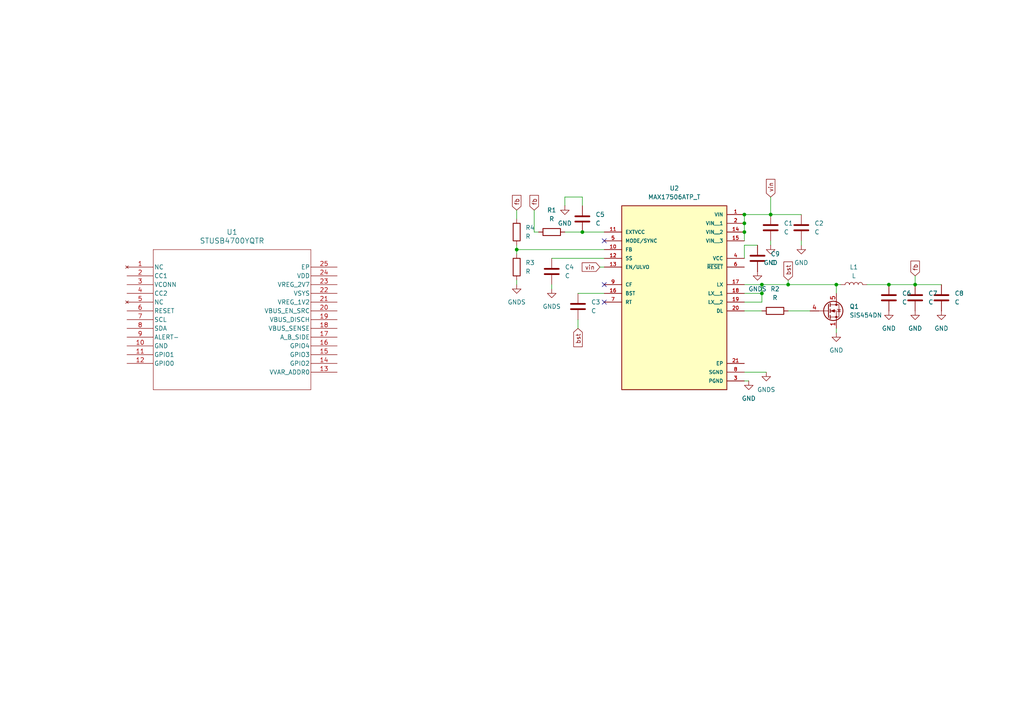
<source format=kicad_sch>
(kicad_sch (version 20250114) (generator "eeschema") (generator_version "9.0")
  (paper "A4")
  (lib_symbols
    (symbol "Device:C" (pin_numbers (hide yes)) (pin_names (offset 0.254))
      (property "Reference" "C" (at 0.635 2.54 0))
      (property "Value" "C" (at 0.635 -2.54 0))
      (symbol "C_0_1"
        (polyline (pts (xy -2.032 0.762) (xy 2.032 0.762)) (stroke (width 0.508)))
        (polyline (pts (xy -2.032 -0.762) (xy 2.032 -0.762)) (stroke (width 0.508)))
      )
      (symbol "C_1_1"
        (pin passive line (at 0 3.81 270) (length 2.794) (name "~") (number "1"))
        (pin passive line (at 0 -3.81 90) (length 2.794) (name "~") (number "2"))
      )
    )
    (symbol "Device:L" (pin_numbers (hide yes)) (pin_names (offset 1.016) (hide yes))
      (property "Reference" "L" (at -1.27 0 90))
      (property "Value" "L" (at 1.905 0 90))
      (symbol "L_0_1"
        (arc (start 0 2.54) (mid 0.6323 1.905) (end 0 1.27))
        (arc (start 0 1.27) (mid 0.6323 0.635) (end 0 0))
        (arc (start 0 0) (mid 0.6323 -0.635) (end 0 -1.27))
        (arc (start 0 -1.27) (mid 0.6323 -1.905) (end 0 -2.54))
      )
      (symbol "L_1_1"
        (pin passive line (at 0 3.81 270) (length 1.27) (name "1") (number "1"))
        (pin passive line (at 0 -3.81 90) (length 1.27) (name "2") (number "2"))
      )
    )
    (symbol "Device:R" (pin_numbers (hide yes)) (pin_names (offset 0))
      (property "Reference" "R" (at 2.032 0 90))
      (property "Value" "R" (at 0 0 90))
      (symbol "R_0_1"
        (rectangle (start -1.016 -2.54) (end 1.016 2.54) (stroke (width 0.254)))
      )
      (symbol "R_1_1"
        (pin passive line (at 0 3.81 270) (length 1.27) (name "~") (number "1"))
        (pin passive line (at 0 -3.81 90) (length 1.27) (name "~") (number "2"))
      )
    )
    (symbol "Transistor_FET:SiS454DN" (pin_names (hide yes))
      (property "Reference" "Q" (at 5.08 1.905 0))
      (property "Value" "SiS454DN" (at 5.08 0 0))
      (symbol "SiS454DN_0_1"
        (polyline (pts (xy 0.254 1.905) (xy 0.254 -1.905)) (stroke (width 0.254)))
        (polyline (pts (xy 0.254 0) (xy -2.54 0)))
        (polyline (pts (xy 0.762 2.286) (xy 0.762 1.27)) (stroke (width 0.254)))
        (polyline (pts (xy 0.762 0.508) (xy 0.762 -0.508)) (stroke (width 0.254)))
        (polyline (pts (xy 0.762 -1.27) (xy 0.762 -2.286)) (stroke (width 0.254)))
        (polyline (pts (xy 0.762 -1.778) (xy 3.302 -1.778) (xy 3.302 1.778) (xy 0.762 1.778)))
        (polyline (pts (xy 1.016 0) (xy 2.032 0.381) (xy 2.032 -0.381) (xy 1.016 0)) (fill (type outline)))
        (circle (center 1.651 0) (radius 2.794) (stroke (width 0.254)))
        (polyline (pts (xy 2.54 2.54) (xy 2.54 1.778)))
        (circle (center 2.54 1.778) (radius 0.254) (fill (type outline)))
        (circle (center 2.54 -1.778) (radius 0.254) (fill (type outline)))
        (polyline (pts (xy 2.54 -2.54) (xy 2.54 0) (xy 0.762 0)))
        (polyline (pts (xy 2.794 0.508) (xy 2.921 0.381) (xy 3.683 0.381) (xy 3.81 0.254)))
        (polyline (pts (xy 3.302 0.381) (xy 2.921 -0.254) (xy 3.683 -0.254) (xy 3.302 0.381)))
      )
      (symbol "SiS454DN_1_1"
        (pin input line (at -5.08 0 0) (length 2.54) (name "G") (number "4"))
        (pin passive line (at 2.54 5.08 270) (length 2.54) (name "D") (number "5"))
        (pin passive line (at 2.54 -5.08 90) (length 2.54) (name "S") (number "1"))
        (pin passive line (at 2.54 -5.08 90) (length 2.54) (hide yes) (name "S") (number "2"))
        (pin passive line (at 2.54 -5.08 90) (length 2.54) (hide yes) (name "S") (number "3"))
      )
    )
    (symbol "imported_components:MAX17506ATP_T" (pin_names (offset 1.016))
      (property "Reference" "U" (at -15.2449 21.0888 0))
      (property "Value" "MAX17506ATP_T" (at -15.2678 -35.6016 0))
      (symbol "MAX17506ATP_T_0_0"
        (rectangle (start -15.24 -33.02) (end 15.24 20.32) (stroke (width 0.254)) (fill (type background)))
        (pin input line (at -20.32 12.7 0) (length 5.08) (name "EXTVCC") (number "11"))
        (pin input line (at -20.32 10.16 0) (length 5.08) (name "MODE/SYNC") (number "5"))
        (pin input line (at -20.32 7.62 0) (length 5.08) (name "FB") (number "10"))
        (pin input line (at -20.32 5.08 0) (length 5.08) (name "SS") (number "12"))
        (pin input line (at -20.32 2.54 0) (length 5.08) (name "EN/ULVO") (number "13"))
        (pin passive line (at -20.32 -2.54 0) (length 5.08) (name "CF") (number "9"))
        (pin passive line (at -20.32 -5.08 0) (length 5.08) (name "BST") (number "16"))
        (pin passive line (at -20.32 -7.62 0) (length 5.08) (name "RT") (number "7"))
        (pin power_in line (at 20.32 17.78 180) (length 5.08) (name "VIN") (number "1"))
        (pin power_in line (at 20.32 15.24 180) (length 5.08) (name "VIN__1") (number "2"))
        (pin power_in line (at 20.32 12.7 180) (length 5.08) (name "VIN__2") (number "14"))
        (pin power_in line (at 20.32 10.16 180) (length 5.08) (name "VIN__3") (number "15"))
        (pin output line (at 20.32 5.08 180) (length 5.08) (name "VCC") (number "4"))
        (pin output line (at 20.32 2.54 180) (length 5.08) (name "~{RESET}") (number "6"))
        (pin output line (at 20.32 -2.54 180) (length 5.08) (name "LX") (number "17"))
        (pin output line (at 20.32 -5.08 180) (length 5.08) (name "LX__1") (number "18"))
        (pin output line (at 20.32 -7.62 180) (length 5.08) (name "LX__2") (number "19"))
        (pin output line (at 20.32 -10.16 180) (length 5.08) (name "DL") (number "20"))
        (pin power_in line (at 20.32 -25.4 180) (length 5.08) (name "EP") (number "21"))
        (pin power_in line (at 20.32 -27.94 180) (length 5.08) (name "SGND") (number "8"))
        (pin power_in line (at 20.32 -30.48 180) (length 5.08) (name "PGND") (number "3"))
      )
    )
    (symbol "imported_components:STUSB4700YQTR" (pin_names (offset 0.254))
      (property "Reference" "U" (at 30.48 10.16 0))
      (property "Value" "STUSB4700YQTR" (at 30.48 7.62 0))
      (symbol "STUSB4700YQTR_0_1"
        (polyline (pts (xy 7.62 5.08) (xy 7.62 -35.56)) (stroke (width 0.127)))
        (polyline (pts (xy 7.62 -35.56) (xy 53.34 -35.56)) (stroke (width 0.127)))
        (polyline (pts (xy 53.34 5.08) (xy 7.62 5.08)) (stroke (width 0.127)))
        (polyline (pts (xy 53.34 -35.56) (xy 53.34 5.08)) (stroke (width 0.127)))
        (pin no_connect line (at 0 0 0) (length 7.62) (name "NC") (number "1"))
        (pin bidirectional line (at 0 -2.54 0) (length 7.62) (name "CC1") (number "2"))
        (pin unspecified line (at 0 -5.08 0) (length 7.62) (name "VCONN") (number "3"))
        (pin bidirectional line (at 0 -7.62 0) (length 7.62) (name "CC2") (number "4"))
        (pin no_connect line (at 0 -10.16 0) (length 7.62) (name "NC") (number "5"))
        (pin unspecified line (at 0 -12.7 0) (length 7.62) (name "RESET") (number "6"))
        (pin unspecified line (at 0 -15.24 0) (length 7.62) (name "SCL") (number "7"))
        (pin unspecified line (at 0 -17.78 0) (length 7.62) (name "SDA") (number "8"))
        (pin unspecified line (at 0 -20.32 0) (length 7.62) (name "ALERT-") (number "9"))
        (pin power_out line (at 0 -22.86 0) (length 7.62) (name "GND") (number "10"))
        (pin bidirectional line (at 0 -25.4 0) (length 7.62) (name "GPIO1") (number "11"))
        (pin bidirectional line (at 0 -27.94 0) (length 7.62) (name "GPIO0") (number "12"))
        (pin unspecified line (at 60.96 0 180) (length 7.62) (name "EP") (number "25"))
        (pin power_in line (at 60.96 -2.54 180) (length 7.62) (name "VDD") (number "24"))
        (pin bidirectional line (at 60.96 -5.08 180) (length 7.62) (name "VREG_2V7") (number "23"))
        (pin unspecified line (at 60.96 -7.62 180) (length 7.62) (name "VSYS") (number "22"))
        (pin bidirectional line (at 60.96 -10.16 180) (length 7.62) (name "VREG_1V2") (number "21"))
        (pin unspecified line (at 60.96 -12.7 180) (length 7.62) (name "VBUS_EN_SRC") (number "20"))
        (pin unspecified line (at 60.96 -15.24 180) (length 7.62) (name "VBUS_DISCH") (number "19"))
        (pin unspecified line (at 60.96 -17.78 180) (length 7.62) (name "VBUS_SENSE") (number "18"))
        (pin unspecified line (at 60.96 -20.32 180) (length 7.62) (name "A_B_SIDE") (number "17"))
        (pin bidirectional line (at 60.96 -22.86 180) (length 7.62) (name "GPIO4") (number "16"))
        (pin bidirectional line (at 60.96 -25.4 180) (length 7.62) (name "GPIO3") (number "15"))
        (pin bidirectional line (at 60.96 -27.94 180) (length 7.62) (name "GPIO2") (number "14"))
        (pin unspecified line (at 60.96 -30.48 180) (length 7.62) (name "VVAR_ADDR0") (number "13"))
      )
    )
    (symbol "power:GND" (power) (pin_numbers (hide yes)) (pin_names (offset 0) (hide yes))
      (property "Value" "GND" (at 0 -3.81 0))
      (symbol "GND_0_1"
        (polyline (pts (xy 0 0) (xy 0 -1.27) (xy 1.27 -1.27) (xy 0 -2.54) (xy -1.27 -1.27) (xy 0 -1.27)))
      )
      (symbol "GND_1_1"
        (pin power_in line (at 0 0 270) (length 0) (name "~") (number "1"))
      )
    )
    (symbol "power:GNDS" (power) (pin_numbers (hide yes)) (pin_names (offset 0) (hide yes))
      (property "Value" "GNDS" (at 0 -3.81 0))
      (symbol "GNDS_0_1"
        (polyline (pts (xy 0 0) (xy 0 -1.27) (xy 1.27 -1.27) (xy 0 -2.54) (xy -1.27 -1.27) (xy 0 -1.27)))
      )
      (symbol "GNDS_1_1"
        (pin power_in line (at 0 0 270) (length 0) (name "~") (number "1"))
      )
    )
  )
  (junction (at 257.81 82.55))
  (junction (at 265.43 82.55))
  (junction (at 215.9 64.77))
  (junction (at 220.98 85.09))
  (junction (at 215.9 62.23))
  (junction (at 223.52 62.23))
  (junction (at 228.6 82.55))
  (junction (at 242.57 82.55))
  (junction (at 168.91 67.31))
  (junction (at 220.98 82.55))
  (junction (at 215.9 67.31))
  (junction (at 149.86 72.39))
  (no_connect (at 175.26 69.85))
  (no_connect (at 175.26 87.63))
  (no_connect (at 175.26 82.55))
  (wire (pts (xy 242.57 96.52) (xy 242.57 95.25)))
  (wire (pts (xy 215.9 90.17) (xy 220.98 90.17)))
  (wire (pts (xy 175.26 72.39) (xy 149.86 72.39)))
  (wire (pts (xy 215.9 67.31) (xy 215.9 69.85)))
  (wire (pts (xy 215.9 110.49) (xy 217.17 110.49)))
  (wire (pts (xy 223.52 71.12) (xy 223.52 69.85)))
  (wire (pts (xy 215.9 107.95) (xy 222.25 107.95)))
  (wire (pts (xy 220.98 85.09) (xy 220.98 87.63)))
  (wire (pts (xy 215.9 85.09) (xy 220.98 85.09)))
  (wire (pts (xy 215.9 82.55) (xy 220.98 82.55)))
  (wire (pts (xy 168.91 57.15) (xy 163.83 57.15)))
  (wire (pts (xy 242.57 82.55) (xy 243.84 82.55)))
  (wire (pts (xy 215.9 62.23) (xy 215.9 64.77)))
  (wire (pts (xy 257.81 82.55) (xy 265.43 82.55)))
  (wire (pts (xy 149.86 60.96) (xy 149.86 63.5)))
  (wire (pts (xy 168.91 59.69) (xy 168.91 57.15)))
  (wire (pts (xy 228.6 90.17) (xy 234.95 90.17)))
  (wire (pts (xy 168.91 67.31) (xy 175.26 67.31)))
  (wire (pts (xy 167.64 85.09) (xy 175.26 85.09)))
  (wire (pts (xy 163.83 57.15) (xy 163.83 59.69)))
  (wire (pts (xy 149.86 82.55) (xy 149.86 81.28)))
  (wire (pts (xy 163.83 67.31) (xy 168.91 67.31)))
  (wire (pts (xy 265.43 80.01) (xy 265.43 82.55)))
  (wire (pts (xy 242.57 82.55) (xy 242.57 85.09)))
  (wire (pts (xy 215.9 74.93) (xy 215.9 71.12)))
  (wire (pts (xy 220.98 82.55) (xy 228.6 82.55)))
  (wire (pts (xy 167.64 92.71) (xy 167.64 95.25)))
  (wire (pts (xy 215.9 87.63) (xy 220.98 87.63)))
  (wire (pts (xy 154.94 60.96) (xy 154.94 67.31)))
  (wire (pts (xy 220.98 82.55) (xy 220.98 85.09)))
  (wire (pts (xy 149.86 71.12) (xy 149.86 72.39)))
  (wire (pts (xy 173.99 77.47) (xy 175.26 77.47)))
  (wire (pts (xy 149.86 72.39) (xy 149.86 73.66)))
  (wire (pts (xy 251.46 82.55) (xy 257.81 82.55)))
  (wire (pts (xy 228.6 81.28) (xy 228.6 82.55)))
  (wire (pts (xy 215.9 71.12) (xy 219.71 71.12)))
  (wire (pts (xy 228.6 82.55) (xy 242.57 82.55)))
  (wire (pts (xy 215.9 62.23) (xy 223.52 62.23)))
  (wire (pts (xy 223.52 62.23) (xy 232.41 62.23)))
  (wire (pts (xy 154.94 67.31) (xy 156.21 67.31)))
  (wire (pts (xy 160.02 74.93) (xy 175.26 74.93)))
  (wire (pts (xy 232.41 71.12) (xy 232.41 69.85)))
  (wire (pts (xy 265.43 82.55) (xy 273.05 82.55)))
  (wire (pts (xy 223.52 57.15) (xy 223.52 62.23)))
  (wire (pts (xy 160.02 82.55) (xy 160.02 83.82)))
  (wire (pts (xy 215.9 64.77) (xy 215.9 67.31)))
  (global_label "bst" (shape input) (at 228.6 81.28 90) (property "Intersheetrefs" "${INTERSHEET_REFS}" (effects (hide yes))))
  (global_label "fb" (shape input) (at 154.94 60.96 90) (property "Intersheetrefs" "${INTERSHEET_REFS}" (effects (hide yes))))
  (global_label "fb" (shape input) (at 149.86 60.96 90) (property "Intersheetrefs" "${INTERSHEET_REFS}" (effects (hide yes))))
  (global_label "bst" (shape input) (at 167.64 95.25 270) (property "Intersheetrefs" "${INTERSHEET_REFS}" (effects (hide yes))))
  (global_label "vin" (shape input) (at 173.99 77.47 180) (property "Intersheetrefs" "${INTERSHEET_REFS}" (effects (hide yes))))
  (global_label "vin" (shape input) (at 223.52 57.15 90) (property "Intersheetrefs" "${INTERSHEET_REFS}" (effects (hide yes))))
  (global_label "fb" (shape input) (at 265.43 80.01 90) (property "Intersheetrefs" "${INTERSHEET_REFS}" (effects (hide yes))))
  (symbol (lib_id "power:GND") (at 223.52 71.12 0) (unit 1)
    (property "Reference" "#PWR02" (effects (hide yes)))
    (property "Value" "GND" (at 223.52 76.2 0))
    (property "Description" "Power symbol creates a global label with name \"GND\" , ground" (effects (hide yes)))
  )
  (symbol (lib_id "power:GND") (at 257.81 90.17 0) (unit 1)
    (property "Reference" "#PWR05" (effects (hide yes)))
    (property "Value" "GND" (at 257.81 95.25 0))
    (property "Description" "Power symbol creates a global label with name \"GND\" , ground" (effects (hide yes)))
  )
  (symbol (lib_id "power:GND") (at 265.43 90.17 0) (unit 1)
    (property "Reference" "#PWR06" (effects (hide yes)))
    (property "Value" "GND" (at 265.43 95.25 0))
    (property "Description" "Power symbol creates a global label with name \"GND\" , ground" (effects (hide yes)))
  )
  (symbol (lib_id "power:GND") (at 163.83 59.69 0) (unit 1)
    (property "Reference" "#PWR08" (effects (hide yes)))
    (property "Value" "GND" (at 163.83 64.77 0))
    (property "Description" "Power symbol creates a global label with name \"GND\" , ground" (effects (hide yes)))
  )
  (symbol (lib_id "Device:C") (at 232.41 66.04 0) (unit 1)
    (property "Reference" "C2" (at 236.22 64.7699 0) (effects (justify left)))
    (property "Value" "C" (at 236.22 67.3099 0) (effects (justify left)))
    (property "Description" "Unpolarized capacitor" (effects (hide yes)))
  )
  (symbol (lib_id "Transistor_FET:SiS454DN") (at 240.03 90.17 0) (unit 1)
    (property "Reference" "Q1" (at 246.38 88.8999 0) (effects (justify left)))
    (property "Value" "SiS454DN" (at 246.38 91.4399 0) (effects (justify left)))
    (property "Footprint" "Package_SO:Vishay_PowerPAK_1212-8_Single" (effects (hide yes)))
    (property "Datasheet" "https://www.vishay.com/docs/66707/sis454dn.pdf" (effects (hide yes)))
    (property "Description" "35A Id, 20V Vds, N-Channel MOSFET, PowerPAK 1212-8 Single" (effects (hide yes)))
  )
  (symbol (lib_id "Device:L") (at 247.65 82.55 90) (unit 1)
    (property "Reference" "L1" (at 247.65 77.47 90))
    (property "Value" "L" (at 247.65 80.01 90))
    (property "Description" "Inductor" (effects (hide yes)))
  )
  (symbol (lib_id "Device:C") (at 219.71 74.93 0) (unit 1)
    (property "Reference" "C9" (at 223.52 73.6599 0) (effects (justify left)))
    (property "Value" "C" (at 223.52 76.1999 0) (effects (justify left)))
    (property "Description" "Unpolarized capacitor" (effects (hide yes)))
  )
  (symbol (lib_id "Device:C") (at 265.43 86.36 0) (unit 1)
    (property "Reference" "C7" (at 269.24 85.0899 0) (effects (justify left)))
    (property "Value" "C" (at 269.24 87.6299 0) (effects (justify left)))
    (property "Description" "Unpolarized capacitor" (effects (hide yes)))
  )
  (symbol (lib_id "Device:C") (at 273.05 86.36 0) (unit 1)
    (property "Reference" "C8" (at 276.86 85.0899 0) (effects (justify left)))
    (property "Value" "C" (at 276.86 87.6299 0) (effects (justify left)))
    (property "Description" "Unpolarized capacitor" (effects (hide yes)))
  )
  (symbol (lib_id "power:GND") (at 217.17 110.49 0) (unit 1)
    (property "Reference" "#PWR012" (effects (hide yes)))
    (property "Value" "GND" (at 217.17 115.57 0))
    (property "Description" "Power symbol creates a global label with name \"GND\" , ground" (effects (hide yes)))
  )
  (symbol (lib_id "Device:C") (at 223.52 66.04 0) (unit 1)
    (property "Reference" "C1" (at 227.33 64.7699 0) (effects (justify left)))
    (property "Value" "C" (at 227.33 67.3099 0) (effects (justify left)))
    (property "Description" "Unpolarized capacitor" (effects (hide yes)))
  )
  (symbol (lib_id "imported_components:STUSB4700YQTR") (at 36.83 77.47 0) (unit 1)
    (property "Reference" "U1" (at 67.31 67.31 0) (effects (font (size 1.524 1.524))))
    (property "Value" "STUSB4700YQTR" (at 67.31 69.85 0) (effects (font (size 1.524 1.524))))
    (property "Footprint" "QFN_700QTR_STM" (effects (hide yes)))
    (property "Datasheet" "https://www.st.com/resource/en/datasheet/stusb4700.pdf" (effects (hide yes)))
  )
  (symbol (lib_id "Device:R") (at 149.86 67.31 180) (unit 1)
    (property "Reference" "R4" (at 152.4 66.0399 0) (effects (justify right)))
    (property "Value" "R" (at 152.4 68.5799 0) (effects (justify right)))
    (property "Description" "Resistor" (effects (hide yes)))
  )
  (symbol (lib_id "power:GND") (at 242.57 96.52 0) (unit 1)
    (property "Reference" "#PWR01" (effects (hide yes)))
    (property "Value" "GND" (at 242.57 101.6 0))
    (property "Description" "Power symbol creates a global label with name \"GND\" , ground" (effects (hide yes)))
  )
  (symbol (lib_id "power:GNDS") (at 160.02 83.82 0) (unit 1)
    (property "Reference" "#PWR09" (effects (hide yes)))
    (property "Value" "GNDS" (at 160.02 88.9 0))
    (property "Description" "Power symbol creates a global label with name \"GNDS\" , signal ground" (effects (hide yes)))
  )
  (symbol (lib_id "Device:C") (at 160.02 78.74 0) (unit 1)
    (property "Reference" "C4" (at 163.83 77.4699 0) (effects (justify left)))
    (property "Value" "C" (at 163.83 80.0099 0) (effects (justify left)))
    (property "Description" "Unpolarized capacitor" (effects (hide yes)))
  )
  (symbol (lib_id "Device:C") (at 168.91 63.5 0) (unit 1)
    (property "Reference" "C5" (at 172.72 62.2299 0) (effects (justify left)))
    (property "Value" "C" (at 172.72 64.7699 0) (effects (justify left)))
    (property "Description" "Unpolarized capacitor" (effects (hide yes)))
  )
  (symbol (lib_id "power:GNDS") (at 149.86 82.55 0) (unit 1)
    (property "Reference" "#PWR011" (effects (hide yes)))
    (property "Value" "GNDS" (at 149.86 87.63 0))
    (property "Description" "Power symbol creates a global label with name \"GNDS\" , signal ground" (effects (hide yes)))
  )
  (symbol (lib_id "Device:R") (at 224.79 90.17 90) (unit 1)
    (property "Reference" "R2" (at 224.79 83.82 90))
    (property "Value" "R" (at 224.79 86.36 90))
    (property "Description" "Resistor" (effects (hide yes)))
  )
  (symbol (lib_id "Device:C") (at 257.81 86.36 0) (unit 1)
    (property "Reference" "C6" (at 261.62 85.0899 0) (effects (justify left)))
    (property "Value" "C" (at 261.62 87.6299 0) (effects (justify left)))
    (property "Description" "Unpolarized capacitor" (effects (hide yes)))
  )
  (symbol (lib_id "power:GNDS") (at 219.71 78.74 0) (unit 1)
    (property "Reference" "#PWR04" (effects (hide yes)))
    (property "Value" "GNDS" (at 219.71 83.82 0))
    (property "Description" "Power symbol creates a global label with name \"GNDS\" , signal ground" (effects (hide yes)))
  )
  (symbol (lib_id "Device:C") (at 167.64 88.9 0) (unit 1)
    (property "Reference" "C3" (at 171.45 87.6299 0) (effects (justify left)))
    (property "Value" "C" (at 171.45 90.1699 0) (effects (justify left)))
    (property "Description" "Unpolarized capacitor" (effects (hide yes)))
  )
  (symbol (lib_id "power:GNDS") (at 222.25 107.95 0) (unit 1)
    (property "Reference" "#PWR010" (effects (hide yes)))
    (property "Value" "GNDS" (at 222.25 113.03 0))
    (property "Description" "Power symbol creates a global label with name \"GNDS\" , signal ground" (effects (hide yes)))
  )
  (symbol (lib_id "Device:R") (at 160.02 67.31 90) (unit 1)
    (property "Reference" "R1" (at 160.02 60.96 90))
    (property "Value" "R" (at 160.02 63.5 90))
    (property "Description" "Resistor" (effects (hide yes)))
  )
  (symbol (lib_id "imported_components:MAX17506ATP_T") (at 195.58 80.01 0) (unit 1)
    (property "Reference" "U2" (at 195.58 54.61 0))
    (property "Value" "MAX17506ATP_T" (at 195.58 57.15 0))
    (property "Footprint" "MAX17506ATP_T:QFN65P500X500X80-21N" (effects (hide yes)))
    (property "SNAPEDA_PACAGE_ID" "32929" (effects (hide yes)))
    (property "PARTREV" "1.0" (effects (hide yes)))
    (property "STANDARD" "IPC-7351B" (effects (hide yes)))
    (property "MANUFACTURER" "MAXIM" (effects (hide yes)))
  )
  (symbol (lib_id "power:GND") (at 232.41 71.12 0) (unit 1)
    (property "Reference" "#PWR03" (effects (hide yes)))
    (property "Value" "GND" (at 232.41 76.2 0))
    (property "Description" "Power symbol creates a global label with name \"GND\" , ground" (effects (hide yes)))
  )
  (symbol (lib_id "Device:R") (at 149.86 77.47 180) (unit 1)
    (property "Reference" "R3" (at 152.4 76.1999 0) (effects (justify right)))
    (property "Value" "R" (at 152.4 78.7399 0) (effects (justify right)))
    (property "Description" "Resistor" (effects (hide yes)))
  )
  (symbol (lib_id "power:GND") (at 273.05 90.17 0) (unit 1)
    (property "Reference" "#PWR07" (effects (hide yes)))
    (property "Value" "GND" (at 273.05 95.25 0))
    (property "Description" "Power symbol creates a global label with name \"GND\" , ground" (effects (hide yes)))
  )
)
</source>
